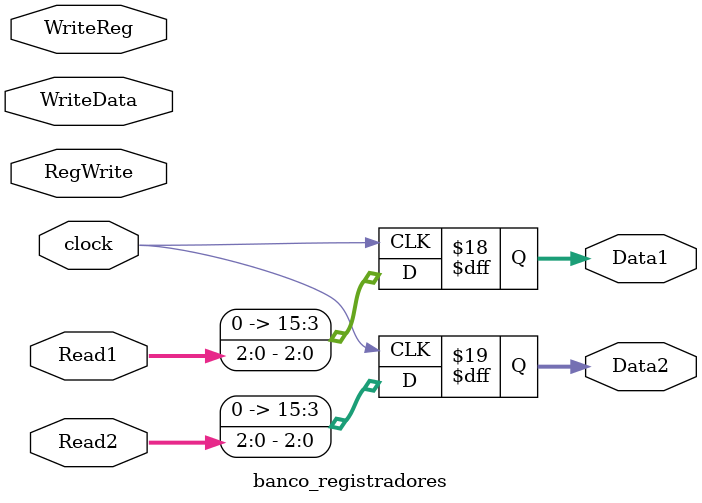
<source format=v>
module banco_registradores (Read1, Read2, WriteReg, WriteData, RegWrite, Data1, Data2, clock);	
	
	//Data stored in Read1 will be in Data1; Data stored in Read2 will be in Data2
	input [2:0] Read1, Read2; //register numbers to read - temos o registrador 1 e o registrador 2
	
	input [2:0] WriteReg; //index of the register you want to write it to

	//Data you want to write
	input [15:0] WriteData;	

	//RegWrite - write enabled signal (1 or 0)
	input	RegWrite, clock;	

	//Output data from Read1 and Read2
	output reg[15:0] Data1, Data2; 	
	
	//The register file will need three 3-bit addresses to select these registers from the eight possible (2^3=8)
	//Vetor com 8 registradores, cada um deles tem 16 bits
	reg [15:0] register_file[7:0]; 
	
	always@(posedge clock) begin
		if(RegWrite) //se estiver habilitado para escrita
			//O registrador register_file na posição WriteReg (que funciona como um índice do registrador onde queremos
			//escrever) vai receber WriteData (que é o conteúdo que queremos escrever)
			register_file[WriteReg] <= WriteData; 
			
		//Save data stored at Read1 into Data1
		Data1 <= Read1;
		
		//Save data stored at Read2 into Data2
		Data2 <= Read2;
	end
	
endmodule

</source>
